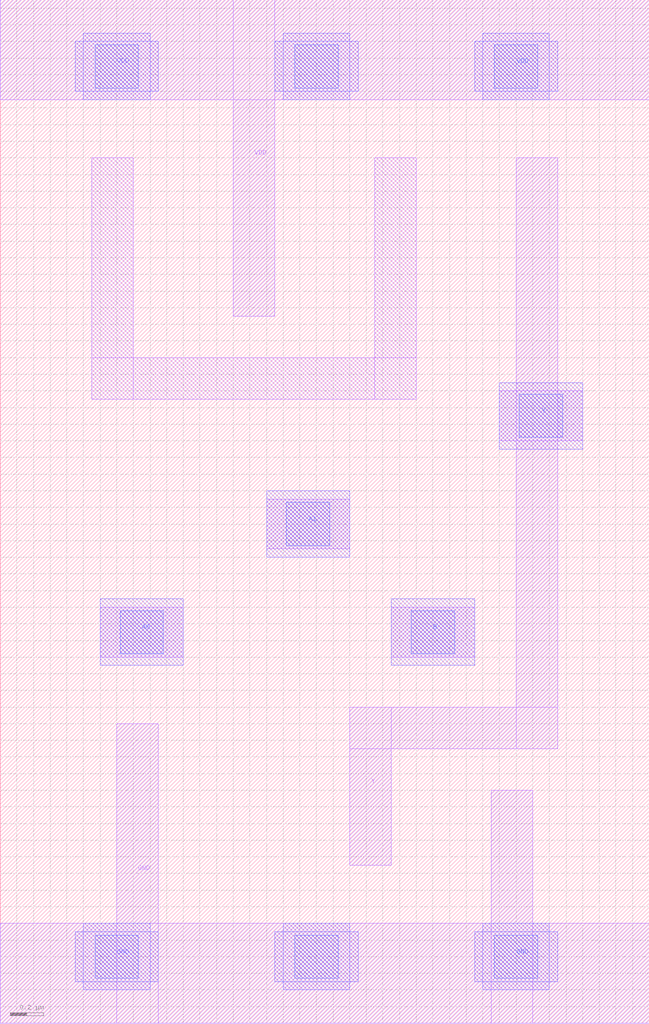
<source format=lef>
# Copyright 2022 Google LLC
# Licensed under the Apache License, Version 2.0 (the "License");
# you may not use this file except in compliance with the License.
# You may obtain a copy of the License at
#
#      http://www.apache.org/licenses/LICENSE-2.0
#
# Unless required by applicable law or agreed to in writing, software
# distributed under the License is distributed on an "AS IS" BASIS,
# WITHOUT WARRANTIES OR CONDITIONS OF ANY KIND, either express or implied.
# See the License for the specific language governing permissions and
# limitations under the License.
VERSION 5.7 ;
BUSBITCHARS "[]" ;
DIVIDERCHAR "/" ;

MACRO gf180mcu_osu_sc_9T_aoi21_1
  CLASS CORE ;
  ORIGIN 0 0 ;
  FOREIGN gf180mcu_osu_sc_9T_aoi21_1 0 0 ;
  SIZE 3.9 BY 6.15 ;
  SYMMETRY X Y ;
  SITE 9T ;
  PIN A0
    DIRECTION INPUT ;
    USE SIGNAL ;
    PORT
      LAYER MET1 ;
        RECT 0.6 2.2 1.1 2.5 ;
      LAYER MET2 ;
        RECT 0.6 2.15 1.1 2.55 ;
      LAYER VIA12 ;
        RECT 0.72 2.22 0.98 2.48 ;
    END
  END A0
  PIN A1
    DIRECTION INPUT ;
    USE SIGNAL ;
    PORT
      LAYER MET1 ;
        RECT 1.6 2.85 2.1 3.15 ;
      LAYER MET2 ;
        RECT 1.6 2.8 2.1 3.2 ;
      LAYER VIA12 ;
        RECT 1.72 2.87 1.98 3.13 ;
    END
  END A1
  PIN B
    DIRECTION INPUT ;
    USE SIGNAL ;
    PORT
      LAYER MET1 ;
        RECT 2.35 2.2 2.85 2.5 ;
      LAYER MET2 ;
        RECT 2.35 2.15 2.85 2.55 ;
      LAYER VIA12 ;
        RECT 2.47 2.22 2.73 2.48 ;
    END
  END B
  PIN GND
    DIRECTION INPUT ;
    USE SIGNAL ;
    PORT
      LAYER MET1 ;
        RECT 0 0 3.9 0.6 ;
        RECT 2.95 0 3.2 1.4 ;
        RECT 0.7 0 0.95 1.8 ;
      LAYER MET2 ;
        RECT 2.85 0.25 3.35 0.55 ;
        RECT 2.9 0.2 3.3 0.6 ;
        RECT 1.65 0.25 2.15 0.55 ;
        RECT 1.7 0.2 2.1 0.6 ;
        RECT 0.45 0.25 0.95 0.55 ;
        RECT 0.5 0.2 0.9 0.6 ;
      LAYER VIA12 ;
        RECT 0.57 0.27 0.83 0.53 ;
        RECT 1.77 0.27 2.03 0.53 ;
        RECT 2.97 0.27 3.23 0.53 ;
    END
  END GND
  PIN VDD
    DIRECTION INOUT ;
    USE POWER ;
    SHAPE ABUTMENT ;
    PORT
      LAYER MET1 ;
        RECT 0 5.55 3.9 6.15 ;
        RECT 1.4 4.25 1.65 6.15 ;
      LAYER MET2 ;
        RECT 2.85 5.6 3.35 5.9 ;
        RECT 2.9 5.55 3.3 5.95 ;
        RECT 1.65 5.6 2.15 5.9 ;
        RECT 1.7 5.55 2.1 5.95 ;
        RECT 0.45 5.6 0.95 5.9 ;
        RECT 0.5 5.55 0.9 5.95 ;
      LAYER VIA12 ;
        RECT 0.57 5.62 0.83 5.88 ;
        RECT 1.77 5.62 2.03 5.88 ;
        RECT 2.97 5.62 3.23 5.88 ;
    END
  END VDD
  PIN Y
    DIRECTION OUTPUT ;
    USE SIGNAL ;
    PORT
      LAYER MET1 ;
        RECT 3 3.5 3.5 3.8 ;
        RECT 3.1 1.65 3.35 5.2 ;
        RECT 2.1 1.65 3.35 1.9 ;
        RECT 2.1 0.95 2.35 1.9 ;
      LAYER MET2 ;
        RECT 3 3.45 3.5 3.85 ;
      LAYER VIA12 ;
        RECT 3.12 3.52 3.38 3.78 ;
    END
  END Y
  OBS
    LAYER MET1 ;
      RECT 2.25 3.75 2.5 5.2 ;
      RECT 0.55 3.75 0.8 5.2 ;
      RECT 0.55 3.75 2.5 4 ;
  END
END gf180mcu_osu_sc_9T_aoi21_1

</source>
